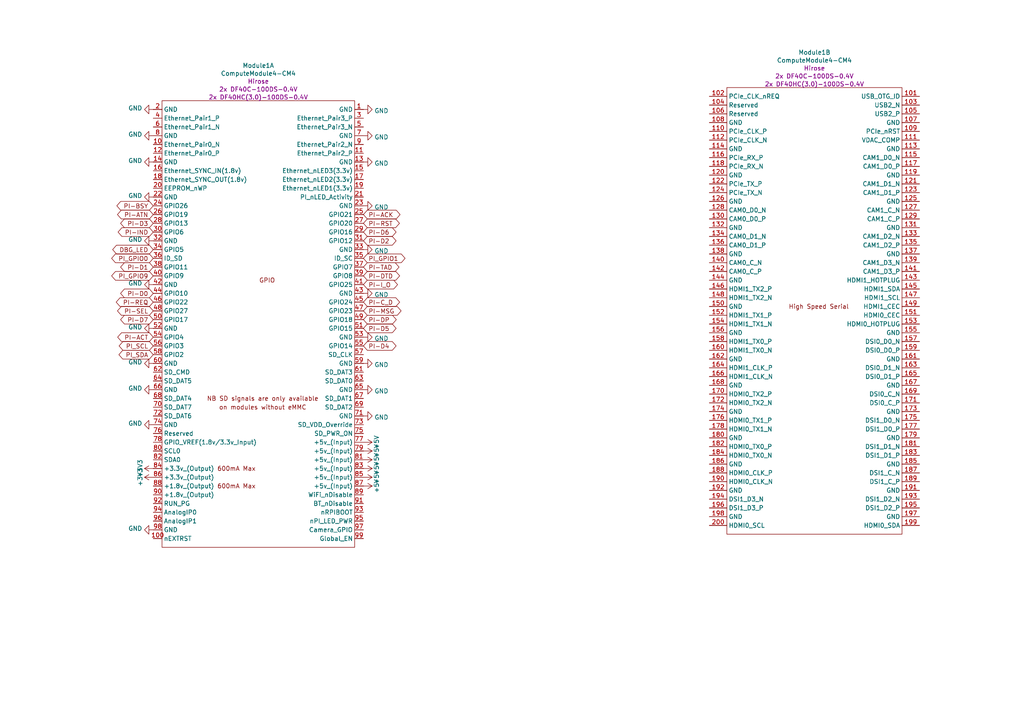
<source format=kicad_sch>
(kicad_sch (version 20210126) (generator eeschema)
  (paper "A4")
  (lib_symbols
    (symbol "CM4IO:ComputeModule4-CM4"
      (property "Reference" "Module" (at 113.03 -68.58 0))
      (property "Value" "ComputeModule4-CM4" (at 140.97 2.54 0))
      (property "Manufacturer" "Hirose" (at 0 0 0))
      (property "MPN" "2x DF40C-100DS-0.4V" (at 0 -2.54 0))
      (property "MPN (Alt)" "2x DF40HC(3.0)-100DS-0.4V" (at 0 0 0))
      (symbol "ComputeModule4-CM4_1_0"
        (text "GPIO" (at 0 6.35 0) (effects (font (size 1.27 1.27))))
      )
      (symbol "ComputeModule4-CM4_1_1"
        (text "600mA Max" (at -8.89 -53.34 0) (effects (font (size 1.27 1.27))))
        (text "600mA Max" (at -8.89 -48.26 0) (effects (font (size 1.27 1.27))))
        (text "NB SD signals are only available" (at -1.27 -27.94 0) (effects (font (size 1.27 1.27))))
        (text "on modules without eMMC" (at -1.27 -30.48 0) (effects (font (size 1.27 1.27))))
        (rectangle (start -30.48 -71.12) (end 25.4 58.42))
        (pin power_in line (at 27.94 55.88 180) (length 2.54) (name "GND") (number "1"))
        (pin passive line (at -33.02 45.72 0) (length 2.54) (name "Ethernet_Pair0_N") (number "10"))
        (pin output line (at -33.02 -68.58 0) (length 2.54) (name "nEXTRST") (number "100"))
        (pin passive line (at 27.94 43.18 180) (length 2.54) (name "Ethernet_Pair2_P") (number "11"))
        (pin passive line (at -33.02 43.18 0) (length 2.54) (name "Ethernet_Pair0_P") (number "12"))
        (pin power_in line (at 27.94 40.64 180) (length 2.54) (name "GND") (number "13"))
        (pin power_in line (at -33.02 40.64 0) (length 2.54) (name "GND") (number "14"))
        (pin output line (at 27.94 38.1 180) (length 2.54) (name "Ethernet_nLED3(3.3v)") (number "15"))
        (pin input line (at -33.02 38.1 0) (length 2.54) (name "Ethernet_SYNC_IN(1.8v)") (number "16"))
        (pin output line (at 27.94 35.56 180) (length 2.54) (name "Ethernet_nLED2(3.3v)") (number "17"))
        (pin input line (at -33.02 35.56 0) (length 2.54) (name "Ethernet_SYNC_OUT(1.8v)") (number "18"))
        (pin output line (at 27.94 33.02 180) (length 2.54) (name "Ethernet_nLED1(3.3v)") (number "19"))
        (pin power_in line (at -33.02 55.88 0) (length 2.54) (name "GND") (number "2"))
        (pin passive line (at -33.02 33.02 0) (length 2.54) (name "EEPROM_nWP") (number "20"))
        (pin open_collector line (at 27.94 30.48 180) (length 2.54) (name "PI_nLED_Activity") (number "21"))
        (pin power_in line (at -33.02 30.48 0) (length 2.54) (name "GND") (number "22"))
        (pin power_in line (at 27.94 27.94 180) (length 2.54) (name "GND") (number "23"))
        (pin passive line (at -33.02 27.94 0) (length 2.54) (name "GPIO26") (number "24"))
        (pin passive line (at 27.94 25.4 180) (length 2.54) (name "GPIO21") (number "25"))
        (pin passive line (at -33.02 25.4 0) (length 2.54) (name "GPIO19") (number "26"))
        (pin passive line (at 27.94 22.86 180) (length 2.54) (name "GPIO20") (number "27"))
        (pin passive line (at -33.02 22.86 0) (length 2.54) (name "GPIO13") (number "28"))
        (pin passive line (at 27.94 20.32 180) (length 2.54) (name "GPIO16") (number "29"))
        (pin passive line (at 27.94 53.34 180) (length 2.54) (name "Ethernet_Pair3_P") (number "3"))
        (pin passive line (at -33.02 20.32 0) (length 2.54) (name "GPIO6") (number "30"))
        (pin passive line (at 27.94 17.78 180) (length 2.54) (name "GPIO12") (number "31"))
        (pin power_in line (at -33.02 17.78 0) (length 2.54) (name "GND") (number "32"))
        (pin power_in line (at 27.94 15.24 180) (length 2.54) (name "GND") (number "33"))
        (pin passive line (at -33.02 15.24 0) (length 2.54) (name "GPIO5") (number "34"))
        (pin passive line (at 27.94 12.7 180) (length 2.54) (name "ID_SC") (number "35"))
        (pin passive line (at -33.02 12.7 0) (length 2.54) (name "ID_SD") (number "36"))
        (pin passive line (at 27.94 10.16 180) (length 2.54) (name "GPIO7") (number "37"))
        (pin passive line (at -33.02 10.16 0) (length 2.54) (name "GPIO11") (number "38"))
        (pin passive line (at 27.94 7.62 180) (length 2.54) (name "GPIO8") (number "39"))
        (pin passive line (at -33.02 53.34 0) (length 2.54) (name "Ethernet_Pair1_P") (number "4"))
        (pin passive line (at -33.02 7.62 0) (length 2.54) (name "GPIO9") (number "40"))
        (pin passive line (at 27.94 5.08 180) (length 2.54) (name "GPIO25") (number "41"))
        (pin power_in line (at -33.02 5.08 0) (length 2.54) (name "GND") (number "42"))
        (pin power_in line (at 27.94 2.54 180) (length 2.54) (name "GND") (number "43"))
        (pin passive line (at -33.02 2.54 0) (length 2.54) (name "GPIO10") (number "44"))
        (pin passive line (at 27.94 0 180) (length 2.54) (name "GPIO24") (number "45"))
        (pin passive line (at -33.02 0 0) (length 2.54) (name "GPIO22") (number "46"))
        (pin passive line (at 27.94 -2.54 180) (length 2.54) (name "GPIO23") (number "47"))
        (pin passive line (at -33.02 -2.54 0) (length 2.54) (name "GPIO27") (number "48"))
        (pin passive line (at 27.94 -5.08 180) (length 2.54) (name "GPIO18") (number "49"))
        (pin passive line (at 27.94 50.8 180) (length 2.54) (name "Ethernet_Pair3_N") (number "5"))
        (pin passive line (at -33.02 -5.08 0) (length 2.54) (name "GPIO17") (number "50"))
        (pin passive line (at 27.94 -7.62 180) (length 2.54) (name "GPIO15") (number "51"))
        (pin power_in line (at -33.02 -7.62 0) (length 2.54) (name "GND") (number "52"))
        (pin power_in line (at 27.94 -10.16 180) (length 2.54) (name "GND") (number "53"))
        (pin passive line (at -33.02 -10.16 0) (length 2.54) (name "GPIO4") (number "54"))
        (pin passive line (at 27.94 -12.7 180) (length 2.54) (name "GPIO14") (number "55"))
        (pin passive line (at -33.02 -12.7 0) (length 2.54) (name "GPIO3") (number "56"))
        (pin passive line (at 27.94 -15.24 180) (length 2.54) (name "SD_CLK") (number "57"))
        (pin passive line (at -33.02 -15.24 0) (length 2.54) (name "GPIO2") (number "58"))
        (pin power_in line (at 27.94 -17.78 180) (length 2.54) (name "GND") (number "59"))
        (pin passive line (at -33.02 50.8 0) (length 2.54) (name "Ethernet_Pair1_N") (number "6"))
        (pin power_in line (at -33.02 -17.78 0) (length 2.54) (name "GND") (number "60"))
        (pin passive line (at 27.94 -20.32 180) (length 2.54) (name "SD_DAT3") (number "61"))
        (pin passive line (at -33.02 -20.32 0) (length 2.54) (name "SD_CMD") (number "62"))
        (pin passive line (at 27.94 -22.86 180) (length 2.54) (name "SD_DAT0") (number "63"))
        (pin passive line (at -33.02 -22.86 0) (length 2.54) (name "SD_DAT5") (number "64"))
        (pin power_in line (at 27.94 -25.4 180) (length 2.54) (name "GND") (number "65"))
        (pin power_in line (at -33.02 -25.4 0) (length 2.54) (name "GND") (number "66"))
        (pin passive line (at 27.94 -27.94 180) (length 2.54) (name "SD_DAT1") (number "67"))
        (pin passive line (at -33.02 -27.94 0) (length 2.54) (name "SD_DAT4") (number "68"))
        (pin passive line (at 27.94 -30.48 180) (length 2.54) (name "SD_DAT2") (number "69"))
        (pin power_in line (at 27.94 48.26 180) (length 2.54) (name "GND") (number "7"))
        (pin passive line (at -33.02 -30.48 0) (length 2.54) (name "SD_DAT7") (number "70"))
        (pin power_in line (at 27.94 -33.02 180) (length 2.54) (name "GND") (number "71"))
        (pin passive line (at -33.02 -33.02 0) (length 2.54) (name "SD_DAT6") (number "72"))
        (pin input line (at 27.94 -35.56 180) (length 2.54) (name "SD_VDD_Override") (number "73"))
        (pin power_in line (at -33.02 -35.56 0) (length 2.54) (name "GND") (number "74"))
        (pin output line (at 27.94 -38.1 180) (length 2.54) (name "SD_PWR_ON") (number "75"))
        (pin passive line (at -33.02 -38.1 0) (length 2.54) (name "Reserved") (number "76"))
        (pin power_in line (at 27.94 -40.64 180) (length 2.54) (name "+5v_(Input)") (number "77"))
        (pin power_in line (at -33.02 -40.64 0) (length 2.54) (name "GPIO_VREF(1.8v/3.3v_Input)") (number "78"))
        (pin power_in line (at 27.94 -43.18 180) (length 2.54) (name "+5v_(Input)") (number "79"))
        (pin power_in line (at -33.02 48.26 0) (length 2.54) (name "GND") (number "8"))
        (pin passive line (at -33.02 -43.18 0) (length 2.54) (name "SCL0") (number "80"))
        (pin power_in line (at 27.94 -45.72 180) (length 2.54) (name "+5v_(Input)") (number "81"))
        (pin passive line (at -33.02 -45.72 0) (length 2.54) (name "SDA0") (number "82"))
        (pin power_in line (at 27.94 -48.26 180) (length 2.54) (name "+5v_(Input)") (number "83"))
        (pin power_out line (at -33.02 -48.26 0) (length 2.54) (name "+3.3v_(Output)") (number "84"))
        (pin power_in line (at 27.94 -50.8 180) (length 2.54) (name "+5v_(Input)") (number "85"))
        (pin power_out line (at -33.02 -50.8 0) (length 2.54) (name "+3.3v_(Output)") (number "86"))
        (pin power_in line (at 27.94 -53.34 180) (length 2.54) (name "+5v_(Input)") (number "87"))
        (pin power_out line (at -33.02 -53.34 0) (length 2.54) (name "+1.8v_(Output)") (number "88"))
        (pin power_in line (at 27.94 -55.88 180) (length 2.54) (name "WiFi_nDisable") (number "89"))
        (pin passive line (at 27.94 45.72 180) (length 2.54) (name "Ethernet_Pair2_N") (number "9"))
        (pin power_out line (at -33.02 -55.88 0) (length 2.54) (name "+1.8v_(Output)") (number "90"))
        (pin power_in line (at 27.94 -58.42 180) (length 2.54) (name "BT_nDisable") (number "91"))
        (pin passive line (at -33.02 -58.42 0) (length 2.54) (name "RUN_PG") (number "92"))
        (pin input line (at 27.94 -60.96 180) (length 2.54) (name "nRPIBOOT") (number "93"))
        (pin passive line (at -33.02 -60.96 0) (length 2.54) (name "AnalogIP0") (number "94"))
        (pin output line (at 27.94 -63.5 180) (length 2.54) (name "nPI_LED_PWR") (number "95"))
        (pin passive line (at -33.02 -63.5 0) (length 2.54) (name "AnalogIP1") (number "96"))
        (pin passive line (at 27.94 -66.04 180) (length 2.54) (name "Camera_GPIO") (number "97"))
        (pin power_in line (at -33.02 -66.04 0) (length 2.54) (name "GND") (number "98"))
        (pin input line (at 27.94 -68.58 180) (length 2.54) (name "Global_EN") (number "99"))
      )
      (symbol "ComputeModule4-CM4_2_1"
        (text "High Speed Serial" (at 140.97 0 0) (effects (font (size 1.27 1.27))))
        (rectangle (start 114.3 -66.04) (end 165.1 63.5))
        (pin input line (at 170.18 60.96 180) (length 5.08) (name "USB_OTG_ID") (number "101"))
        (pin input line (at 109.22 60.96 0) (length 5.08) (name "PCIe_CLK_nREQ") (number "102"))
        (pin passive line (at 170.18 58.42 180) (length 5.08) (name "USB2_N") (number "103"))
        (pin passive line (at 109.22 58.42 0) (length 5.08) (name "Reserved") (number "104"))
        (pin passive line (at 170.18 55.88 180) (length 5.08) (name "USB2_P") (number "105"))
        (pin passive line (at 109.22 55.88 0) (length 5.08) (name "Reserved") (number "106"))
        (pin power_in line (at 170.18 53.34 180) (length 5.08) (name "GND") (number "107"))
        (pin power_in line (at 109.22 53.34 0) (length 5.08) (name "GND") (number "108"))
        (pin bidirectional line (at 170.18 50.8 180) (length 5.08) (name "PCIe_nRST") (number "109"))
        (pin output line (at 109.22 50.8 0) (length 5.08) (name "PCIe_CLK_P") (number "110"))
        (pin passive line (at 170.18 48.26 180) (length 5.08) (name "VDAC_COMP") (number "111"))
        (pin output line (at 109.22 48.26 0) (length 5.08) (name "PCIe_CLK_N") (number "112"))
        (pin power_in line (at 170.18 45.72 180) (length 5.08) (name "GND") (number "113"))
        (pin power_in line (at 109.22 45.72 0) (length 5.08) (name "GND") (number "114"))
        (pin input line (at 170.18 43.18 180) (length 5.08) (name "CAM1_D0_N") (number "115"))
        (pin input line (at 109.22 43.18 0) (length 5.08) (name "PCIe_RX_P") (number "116"))
        (pin input line (at 170.18 40.64 180) (length 5.08) (name "CAM1_D0_P") (number "117"))
        (pin input line (at 109.22 40.64 0) (length 5.08) (name "PCIe_RX_N") (number "118"))
        (pin power_in line (at 170.18 38.1 180) (length 5.08) (name "GND") (number "119"))
        (pin power_in line (at 109.22 38.1 0) (length 5.08) (name "GND") (number "120"))
        (pin input line (at 170.18 35.56 180) (length 5.08) (name "CAM1_D1_N") (number "121"))
        (pin output line (at 109.22 35.56 0) (length 5.08) (name "PCIe_TX_P") (number "122"))
        (pin input line (at 170.18 33.02 180) (length 5.08) (name "CAM1_D1_P") (number "123"))
        (pin output line (at 109.22 33.02 0) (length 5.08) (name "PCIe_TX_N") (number "124"))
        (pin power_in line (at 170.18 30.48 180) (length 5.08) (name "GND") (number "125"))
        (pin power_in line (at 109.22 30.48 0) (length 5.08) (name "GND") (number "126"))
        (pin input line (at 170.18 27.94 180) (length 5.08) (name "CAM1_C_N") (number "127"))
        (pin input line (at 109.22 27.94 0) (length 5.08) (name "CAM0_D0_N") (number "128"))
        (pin input line (at 170.18 25.4 180) (length 5.08) (name "CAM1_C_P") (number "129"))
        (pin input line (at 109.22 25.4 0) (length 5.08) (name "CAM0_D0_P") (number "130"))
        (pin power_in line (at 170.18 22.86 180) (length 5.08) (name "GND") (number "131"))
        (pin power_in line (at 109.22 22.86 0) (length 5.08) (name "GND") (number "132"))
        (pin input line (at 170.18 20.32 180) (length 5.08) (name "CAM1_D2_N") (number "133"))
        (pin input line (at 109.22 20.32 0) (length 5.08) (name "CAM0_D1_N") (number "134"))
        (pin input line (at 170.18 17.78 180) (length 5.08) (name "CAM1_D2_P") (number "135"))
        (pin input line (at 109.22 17.78 0) (length 5.08) (name "CAM0_D1_P") (number "136"))
        (pin power_in line (at 170.18 15.24 180) (length 5.08) (name "GND") (number "137"))
        (pin power_in line (at 109.22 15.24 0) (length 5.08) (name "GND") (number "138"))
        (pin input line (at 170.18 12.7 180) (length 5.08) (name "CAM1_D3_N") (number "139"))
        (pin input line (at 109.22 12.7 0) (length 5.08) (name "CAM0_C_N") (number "140"))
        (pin input line (at 170.18 10.16 180) (length 5.08) (name "CAM1_D3_P") (number "141"))
        (pin input line (at 109.22 10.16 0) (length 5.08) (name "CAM0_C_P") (number "142"))
        (pin input line (at 170.18 7.62 180) (length 5.08) (name "HDMI1_HOTPLUG") (number "143"))
        (pin power_in line (at 109.22 7.62 0) (length 5.08) (name "GND") (number "144"))
        (pin bidirectional line (at 170.18 5.08 180) (length 5.08) (name "HDMI1_SDA") (number "145"))
        (pin output line (at 109.22 5.08 0) (length 5.08) (name "HDMI1_TX2_P") (number "146"))
        (pin open_collector line (at 170.18 2.54 180) (length 5.08) (name "HDMI1_SCL") (number "147"))
        (pin output line (at 109.22 2.54 0) (length 5.08) (name "HDMI1_TX2_N") (number "148"))
        (pin open_collector line (at 170.18 0 180) (length 5.08) (name "HDMI1_CEC") (number "149"))
        (pin power_in line (at 109.22 0 0) (length 5.08) (name "GND") (number "150"))
        (pin open_collector line (at 170.18 -2.54 180) (length 5.08) (name "HDMI0_CEC") (number "151"))
        (pin output line (at 109.22 -2.54 0) (length 5.08) (name "HDMI1_TX1_P") (number "152"))
        (pin input line (at 170.18 -5.08 180) (length 5.08) (name "HDMI0_HOTPLUG") (number "153"))
        (pin output line (at 109.22 -5.08 0) (length 5.08) (name "HDMI1_TX1_N") (number "154"))
        (pin power_in line (at 170.18 -7.62 180) (length 5.08) (name "GND") (number "155"))
        (pin power_in line (at 109.22 -7.62 0) (length 5.08) (name "GND") (number "156"))
        (pin output line (at 170.18 -10.16 180) (length 5.08) (name "DSI0_D0_N") (number "157"))
        (pin output line (at 109.22 -10.16 0) (length 5.08) (name "HDMI1_TX0_P") (number "158"))
        (pin output line (at 170.18 -12.7 180) (length 5.08) (name "DSI0_D0_P") (number "159"))
        (pin output line (at 109.22 -12.7 0) (length 5.08) (name "HDMI1_TX0_N") (number "160"))
        (pin power_in line (at 170.18 -15.24 180) (length 5.08) (name "GND") (number "161"))
        (pin power_in line (at 109.22 -15.24 0) (length 5.08) (name "GND") (number "162"))
        (pin output line (at 170.18 -17.78 180) (length 5.08) (name "DSI0_D1_N") (number "163"))
        (pin output line (at 109.22 -17.78 0) (length 5.08) (name "HDMI1_CLK_P") (number "164"))
        (pin output line (at 170.18 -20.32 180) (length 5.08) (name "DSI0_D1_P") (number "165"))
        (pin output line (at 109.22 -20.32 0) (length 5.08) (name "HDMI1_CLK_N") (number "166"))
        (pin power_in line (at 170.18 -22.86 180) (length 5.08) (name "GND") (number "167"))
        (pin power_in line (at 109.22 -22.86 0) (length 5.08) (name "GND") (number "168"))
        (pin output line (at 170.18 -25.4 180) (length 5.08) (name "DSI0_C_N") (number "169"))
        (pin output line (at 109.22 -25.4 0) (length 5.08) (name "HDMI0_TX2_P") (number "170"))
        (pin output line (at 170.18 -27.94 180) (length 5.08) (name "DSI0_C_P") (number "171"))
        (pin output line (at 109.22 -27.94 0) (length 5.08) (name "HDMI0_TX2_N") (number "172"))
        (pin power_in line (at 170.18 -30.48 180) (length 5.08) (name "GND") (number "173"))
        (pin power_in line (at 109.22 -30.48 0) (length 5.08) (name "GND") (number "174"))
        (pin output line (at 170.18 -33.02 180) (length 5.08) (name "DSI1_D0_N") (number "175"))
        (pin output line (at 109.22 -33.02 0) (length 5.08) (name "HDMI0_TX1_P") (number "176"))
        (pin output line (at 170.18 -35.56 180) (length 5.08) (name "DSI1_D0_P") (number "177"))
        (pin output line (at 109.22 -35.56 0) (length 5.08) (name "HDMI0_TX1_N") (number "178"))
        (pin power_in line (at 170.18 -38.1 180) (length 5.08) (name "GND") (number "179"))
        (pin power_in line (at 109.22 -38.1 0) (length 5.08) (name "GND") (number "180"))
        (pin output line (at 170.18 -40.64 180) (length 5.08) (name "DSI1_D1_N") (number "181"))
        (pin output line (at 109.22 -40.64 0) (length 5.08) (name "HDMI0_TX0_P") (number "182"))
        (pin output line (at 170.18 -43.18 180) (length 5.08) (name "DSI1_D1_P") (number "183"))
        (pin output line (at 109.22 -43.18 0) (length 5.08) (name "HDMI0_TX0_N") (number "184"))
        (pin power_in line (at 170.18 -45.72 180) (length 5.08) (name "GND") (number "185"))
        (pin power_in line (at 109.22 -45.72 0) (length 5.08) (name "GND") (number "186"))
        (pin output line (at 170.18 -48.26 180) (length 5.08) (name "DSI1_C_N") (number "187"))
        (pin output line (at 109.22 -48.26 0) (length 5.08) (name "HDMI0_CLK_P") (number "188"))
        (pin output line (at 170.18 -50.8 180) (length 5.08) (name "DSI1_C_P") (number "189"))
        (pin output line (at 109.22 -50.8 0) (length 5.08) (name "HDMI0_CLK_N") (number "190"))
        (pin power_in line (at 170.18 -53.34 180) (length 5.08) (name "GND") (number "191"))
        (pin power_in line (at 109.22 -53.34 0) (length 5.08) (name "GND") (number "192"))
        (pin output line (at 170.18 -55.88 180) (length 5.08) (name "DSI1_D2_N") (number "193"))
        (pin output line (at 109.22 -55.88 0) (length 5.08) (name "DSI1_D3_N") (number "194"))
        (pin output line (at 170.18 -58.42 180) (length 5.08) (name "DSI1_D2_P") (number "195"))
        (pin output line (at 109.22 -58.42 0) (length 5.08) (name "DSI1_D3_P") (number "196"))
        (pin power_in line (at 170.18 -60.96 180) (length 5.08) (name "GND") (number "197"))
        (pin power_in line (at 109.22 -60.96 0) (length 5.08) (name "GND") (number "198"))
        (pin bidirectional line (at 170.18 -63.5 180) (length 5.08) (name "HDMI0_SDA") (number "199"))
        (pin open_collector line (at 109.22 -63.5 0) (length 5.08) (name "HDMI0_SCL") (number "200"))
      )
    )
    (symbol "power:+3V3" (power) (pin_names (offset 0))
      (property "Value" "+3V3" (at 0 3.556 0))
      (symbol "+3V3_0_1"
        (polyline (pts (xy -0.762 1.27) (xy 0 2.54)))
        (polyline (pts (xy 0 0) (xy 0 2.54)))
        (polyline (pts (xy 0 2.54) (xy 0.762 1.27)))
      )
      (symbol "+3V3_1_1"
        (pin power_in line (at 0 0 90) (length 0) hide (name "+3V3") (number "1"))
      )
    )
    (symbol "power:+5V" (power) (pin_names (offset 0))
      (property "Value" "+5V" (at 0 3.556 0))
      (symbol "+5V_0_1"
        (polyline (pts (xy -0.762 1.27) (xy 0 2.54)))
        (polyline (pts (xy 0 0) (xy 0 2.54)))
        (polyline (pts (xy 0 2.54) (xy 0.762 1.27)))
      )
      (symbol "+5V_1_1"
        (pin power_in line (at 0 0 90) (length 0) hide (name "+5V") (number "1"))
      )
    )
    (symbol "power:GND" (power) (pin_names (offset 0))
      (property "Value" "GND" (at 0 -3.81 0))
      (symbol "GND_0_1"
        (polyline (pts (xy 0 0) (xy 0 -1.27) (xy 1.27 -1.27) (xy 0 -2.54) (xy -1.27 -1.27) (xy 0 -1.27)))
      )
      (symbol "GND_1_1"
        (pin power_in line (at 0 0 270) (length 0) hide (name "GND") (number "1"))
      )
    )
  )
  (global_label "PI-BSY" (shape bidirectional) (at 44.45 59.69 180) (property "Intersheet References" "${INTERSHEET_REFS}" (effects hide)))
  (global_label "PI-ATN" (shape bidirectional) (at 44.45 62.23 180) (property "Intersheet References" "${INTERSHEET_REFS}" (effects hide)))
  (global_label "PI-D3" (shape bidirectional) (at 44.45 64.77 180) (property "Intersheet References" "${INTERSHEET_REFS}" (effects hide)))
  (global_label "PI-IND" (shape bidirectional) (at 44.45 67.31 180) (property "Intersheet References" "${INTERSHEET_REFS}" (effects hide)))
  (global_label "DBG_LED" (shape bidirectional) (at 44.45 72.39 180) (property "Intersheet References" "${INTERSHEET_REFS}" (effects hide)))
  (global_label "PI_GPIO0" (shape bidirectional) (at 44.45 74.93 180) (property "Intersheet References" "${INTERSHEET_REFS}" (effects hide)))
  (global_label "PI-D1" (shape bidirectional) (at 44.45 77.47 180) (property "Intersheet References" "${INTERSHEET_REFS}" (effects hide)))
  (global_label "PI_GPIO9" (shape bidirectional) (at 44.45 80.01 180) (property "Intersheet References" "${INTERSHEET_REFS}" (effects hide)))
  (global_label "PI-D0" (shape bidirectional) (at 44.45 85.09 180) (property "Intersheet References" "${INTERSHEET_REFS}" (effects hide)))
  (global_label "PI-REQ" (shape bidirectional) (at 44.45 87.63 180) (property "Intersheet References" "${INTERSHEET_REFS}" (effects hide)))
  (global_label "PI-SEL" (shape bidirectional) (at 44.45 90.17 180) (property "Intersheet References" "${INTERSHEET_REFS}" (effects hide)))
  (global_label "PI-D7" (shape bidirectional) (at 44.45 92.71 180) (property "Intersheet References" "${INTERSHEET_REFS}" (effects hide)))
  (global_label "PI-ACT" (shape bidirectional) (at 44.45 97.79 180) (property "Intersheet References" "${INTERSHEET_REFS}" (effects hide)))
  (global_label "PI_SCL" (shape bidirectional) (at 44.45 100.33 180) (property "Intersheet References" "${INTERSHEET_REFS}" (effects hide)))
  (global_label "PI_SDA" (shape bidirectional) (at 44.45 102.87 180) (property "Intersheet References" "${INTERSHEET_REFS}" (effects hide)))
  (global_label "PI-ACK" (shape bidirectional) (at 105.41 62.23 0) (property "Intersheet References" "${INTERSHEET_REFS}" (effects hide)))
  (global_label "PI-RST" (shape bidirectional) (at 105.41 64.77 0) (property "Intersheet References" "${INTERSHEET_REFS}" (effects hide)))
  (global_label "PI-D6" (shape bidirectional) (at 105.41 67.31 0) (property "Intersheet References" "${INTERSHEET_REFS}" (effects hide)))
  (global_label "PI-D2" (shape bidirectional) (at 105.41 69.85 0) (property "Intersheet References" "${INTERSHEET_REFS}" (effects hide)))
  (global_label "PI_GPIO1" (shape bidirectional) (at 105.41 74.93 0) (property "Intersheet References" "${INTERSHEET_REFS}" (effects hide)))
  (global_label "PI-TAD" (shape bidirectional) (at 105.41 77.47 0) (property "Intersheet References" "${INTERSHEET_REFS}" (effects hide)))
  (global_label "PI-DTD" (shape bidirectional) (at 105.41 80.01 0) (property "Intersheet References" "${INTERSHEET_REFS}" (effects hide)))
  (global_label "PI-I_O" (shape bidirectional) (at 105.41 82.55 0) (property "Intersheet References" "${INTERSHEET_REFS}" (effects hide)))
  (global_label "PI-C_D" (shape bidirectional) (at 105.41 87.63 0) (property "Intersheet References" "${INTERSHEET_REFS}" (effects hide)))
  (global_label "PI-MSG" (shape bidirectional) (at 105.41 90.17 0) (property "Intersheet References" "${INTERSHEET_REFS}" (effects hide)))
  (global_label "PI-DP" (shape bidirectional) (at 105.41 92.71 0) (property "Intersheet References" "${INTERSHEET_REFS}" (effects hide)))
  (global_label "PI-D5" (shape bidirectional) (at 105.41 95.25 0) (property "Intersheet References" "${INTERSHEET_REFS}" (effects hide)))
  (global_label "PI-D4" (shape bidirectional) (at 105.41 100.33 0) (property "Intersheet References" "${INTERSHEET_REFS}" (effects hide)))
  (symbol (lib_id "power:+3V3") (at 44.45 135.89 90) (unit 1)
    (property "Reference" "#PWR058" (effects hide))
    (property "Value" "+3V3" (at 40.64 135.89 0))
  )
  (symbol (lib_id "power:+3V3") (at 44.45 138.43 90) (unit 1)
    (property "Reference" "#PWR059" (effects hide))
    (property "Value" "+3V3" (at 40.64 138.43 0))
  )
  (symbol (lib_id "power:+5V") (at 105.41 128.27 270) (unit 1)
    (property "Reference" "#PWR071" (effects hide))
    (property "Value" "+5V" (at 109.22 128.27 0))
  )
  (symbol (lib_id "power:+5V") (at 105.41 130.81 270) (unit 1)
    (property "Reference" "#PWR072" (effects hide))
    (property "Value" "+5V" (at 109.22 130.81 0))
  )
  (symbol (lib_id "power:+5V") (at 105.41 133.35 270) (unit 1)
    (property "Reference" "#PWR073" (effects hide))
    (property "Value" "+5V" (at 109.22 133.35 0))
  )
  (symbol (lib_id "power:+5V") (at 105.41 135.89 270) (unit 1)
    (property "Reference" "#PWR074" (effects hide))
    (property "Value" "+5V" (at 109.22 135.89 0))
  )
  (symbol (lib_id "power:+5V") (at 105.41 138.43 270) (unit 1)
    (property "Reference" "#PWR075" (effects hide))
    (property "Value" "+5V" (at 109.22 138.43 0))
  )
  (symbol (lib_id "power:+5V") (at 105.41 140.97 270) (unit 1)
    (property "Reference" "#PWR076" (effects hide))
    (property "Value" "+5V" (at 109.22 140.97 0))
  )
  (symbol (lib_id "power:GND") (at 44.45 31.75 270) (unit 1)
    (property "Reference" "#PWR03" (effects hide))
    (property "Value" "GND" (at 41.2749 31.3615 90) (effects (justify right)))
  )
  (symbol (lib_id "power:GND") (at 44.45 39.37 270) (unit 1)
    (property "Reference" "#PWR04" (effects hide))
    (property "Value" "GND" (at 41.2749 38.9815 90) (effects (justify right)))
  )
  (symbol (lib_id "power:GND") (at 44.45 46.99 270) (unit 1)
    (property "Reference" "#PWR05" (effects hide))
    (property "Value" "GND" (at 41.2749 46.6015 90) (effects (justify right)))
  )
  (symbol (lib_id "power:GND") (at 44.45 57.15 270) (unit 1)
    (property "Reference" "#PWR06" (effects hide))
    (property "Value" "GND" (at 41.2749 56.7615 90) (effects (justify right)))
  )
  (symbol (lib_id "power:GND") (at 44.45 69.85 270) (unit 1)
    (property "Reference" "#PWR08" (effects hide))
    (property "Value" "GND" (at 41.2749 69.4615 90) (effects (justify right)))
  )
  (symbol (lib_id "power:GND") (at 44.45 82.55 270) (unit 1)
    (property "Reference" "#PWR053" (effects hide))
    (property "Value" "GND" (at 41.2749 82.1615 90) (effects (justify right)))
  )
  (symbol (lib_id "power:GND") (at 44.45 95.25 270) (unit 1)
    (property "Reference" "#PWR054" (effects hide))
    (property "Value" "GND" (at 41.2749 94.8615 90) (effects (justify right)))
  )
  (symbol (lib_id "power:GND") (at 44.45 105.41 270) (unit 1)
    (property "Reference" "#PWR055" (effects hide))
    (property "Value" "GND" (at 41.2749 105.0215 90) (effects (justify right)))
  )
  (symbol (lib_id "power:GND") (at 44.45 113.03 270) (unit 1)
    (property "Reference" "#PWR056" (effects hide))
    (property "Value" "GND" (at 41.2749 112.6415 90) (effects (justify right)))
  )
  (symbol (lib_id "power:GND") (at 44.45 123.19 270) (unit 1)
    (property "Reference" "#PWR057" (effects hide))
    (property "Value" "GND" (at 41.2749 122.8015 90) (effects (justify right)))
  )
  (symbol (lib_id "power:GND") (at 44.45 153.67 270) (unit 1)
    (property "Reference" "#PWR060" (effects hide))
    (property "Value" "GND" (at 41.2749 153.2815 90) (effects (justify right)))
  )
  (symbol (lib_id "power:GND") (at 105.41 31.75 90) (unit 1)
    (property "Reference" "#PWR061" (effects hide))
    (property "Value" "GND" (at 108.5851 32.1385 90) (effects (justify right)))
  )
  (symbol (lib_id "power:GND") (at 105.41 39.37 90) (unit 1)
    (property "Reference" "#PWR062" (effects hide))
    (property "Value" "GND" (at 108.5851 39.7585 90) (effects (justify right)))
  )
  (symbol (lib_id "power:GND") (at 105.41 46.99 90) (unit 1)
    (property "Reference" "#PWR063" (effects hide))
    (property "Value" "GND" (at 108.5851 47.3785 90) (effects (justify right)))
  )
  (symbol (lib_id "power:GND") (at 105.41 59.69 90) (unit 1)
    (property "Reference" "#PWR064" (effects hide))
    (property "Value" "GND" (at 108.5851 60.0785 90) (effects (justify right)))
  )
  (symbol (lib_id "power:GND") (at 105.41 72.39 90) (unit 1)
    (property "Reference" "#PWR065" (effects hide))
    (property "Value" "GND" (at 108.5851 72.7785 90) (effects (justify right)))
  )
  (symbol (lib_id "power:GND") (at 105.41 85.09 90) (unit 1)
    (property "Reference" "#PWR066" (effects hide))
    (property "Value" "GND" (at 108.5851 85.4785 90) (effects (justify right)))
  )
  (symbol (lib_id "power:GND") (at 105.41 97.79 90) (unit 1)
    (property "Reference" "#PWR067" (effects hide))
    (property "Value" "GND" (at 108.5851 98.1785 90) (effects (justify right)))
  )
  (symbol (lib_id "power:GND") (at 105.41 105.41 90) (unit 1)
    (property "Reference" "#PWR068" (effects hide))
    (property "Value" "GND" (at 108.5851 105.7985 90) (effects (justify right)))
  )
  (symbol (lib_id "power:GND") (at 105.41 113.03 90) (unit 1)
    (property "Reference" "#PWR069" (effects hide))
    (property "Value" "GND" (at 108.5851 113.4185 90) (effects (justify right)))
  )
  (symbol (lib_id "power:GND") (at 105.41 120.65 90) (unit 1)
    (property "Reference" "#PWR070" (effects hide))
    (property "Value" "GND" (at 108.5851 121.0385 90) (effects (justify right)))
  )
  (symbol (lib_id "CM4IO:ComputeModule4-CM4") (at 77.47 87.63 0) (unit 1)
    (property "Reference" "Module1" (at 74.93 19.0078 0))
    (property "Value" "ComputeModule4-CM4" (at 74.93 21.3065 0))
    (property "Footprint" "CM4IO:Raspberry-Pi-4-Compute-Module" (effects hide))
    (property "Manufacturer" "Hirose" (at 74.93 23.6052 0))
    (property "MPN" "2x DF40C-100DS-0.4V" (at 74.93 25.9039 0))
    (property "Digi-Key_PN" "2x H11615CT-ND" (effects hide))
    (property "Digi-Key_PN (Alt)" "2x H124602CT-ND" (effects hide))
    (property "MPN (Alt)" "2x DF40HC(3.0)-100DS-0.4V" (at 74.93 28.2026 0))
  )
  (symbol (lib_id "CM4IO:ComputeModule4-CM4") (at 96.52 88.9 0) (unit 2)
    (property "Reference" "Module1" (at 236.22 15.1978 0))
    (property "Value" "ComputeModule4-CM4" (at 236.22 17.4965 0))
    (property "Footprint" "CM4IO:Raspberry-Pi-4-Compute-Module" (effects hide))
    (property "Manufacturer" "Hirose" (at 236.22 19.7952 0))
    (property "MPN" "2x DF40C-100DS-0.4V" (at 236.22 22.0939 0))
    (property "Digi-Key_PN" "2x H11615CT-ND" (effects hide))
    (property "Digi-Key_PN (Alt)" "2x H124602CT-ND" (effects hide))
    (property "MPN (Alt)" "2x DF40HC(3.0)-100DS-0.4V" (at 236.22 24.3926 0))
  )
)
</source>
